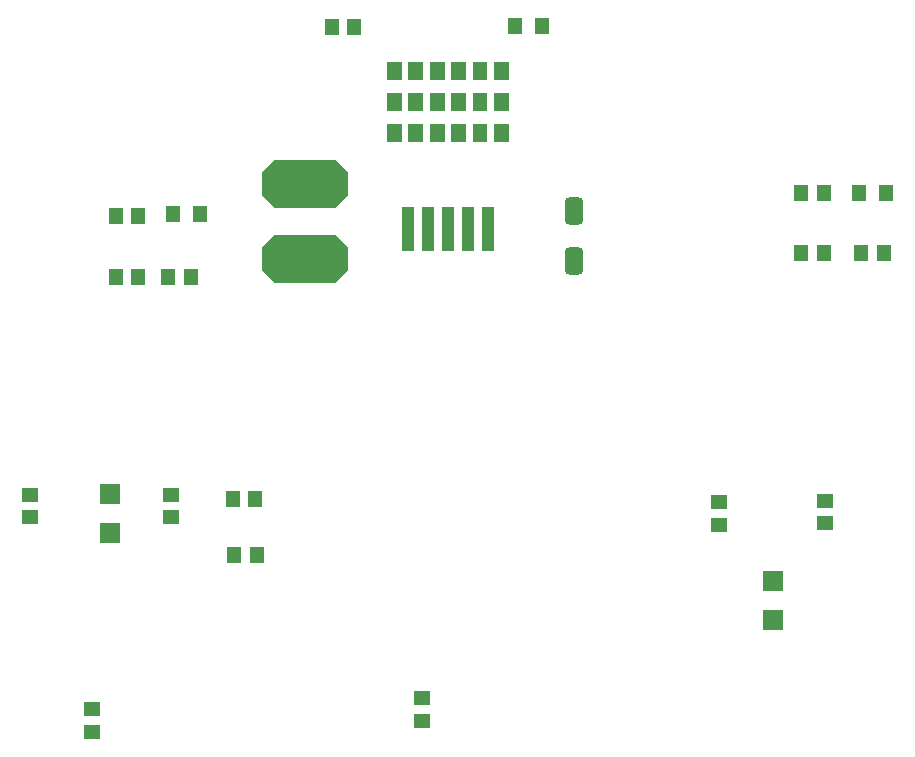
<source format=gtp>
G04*
G04 #@! TF.GenerationSoftware,Altium Limited,Altium Designer,21.3.2 (30)*
G04*
G04 Layer_Color=8421504*
%FSTAX44Y44*%
%MOMM*%
G71*
G04*
G04 #@! TF.SameCoordinates,71E4571F-97C7-41C0-9591-7C9436880AE0*
G04*
G04*
G04 #@! TF.FilePolarity,Positive*
G04*
G01*
G75*
%ADD19R,0.9900X3.7900*%
%ADD20R,1.2700X1.3970*%
%ADD21R,1.2000X1.4000*%
%ADD22R,1.4000X1.2000*%
%ADD23R,1.7000X1.7000*%
G04:AMPARAMS|DCode=24|XSize=7.3mm|YSize=4mm|CornerRadius=0mm|HoleSize=0mm|Usage=FLASHONLY|Rotation=180.000|XOffset=0mm|YOffset=0mm|HoleType=Round|Shape=Octagon|*
%AMOCTAGOND24*
4,1,8,-3.6500,1.0000,-3.6500,-1.0000,-2.6500,-2.0000,2.6500,-2.0000,3.6500,-1.0000,3.6500,1.0000,2.6500,2.0000,-2.6500,2.0000,-3.6500,1.0000,0.0*
%
%ADD24OCTAGOND24*%

G04:AMPARAMS|DCode=25|XSize=2.33mm|YSize=1.55mm|CornerRadius=0.3875mm|HoleSize=0mm|Usage=FLASHONLY|Rotation=270.000|XOffset=0mm|YOffset=0mm|HoleType=Round|Shape=RoundedRectangle|*
%AMROUNDEDRECTD25*
21,1,2.3300,0.7750,0,0,270.0*
21,1,1.5550,1.5500,0,0,270.0*
1,1,0.7750,-0.3875,-0.7775*
1,1,0.7750,-0.3875,0.7775*
1,1,0.7750,0.3875,0.7775*
1,1,0.7750,0.3875,-0.7775*
%
%ADD25ROUNDEDRECTD25*%
G36*
X0049631Y009131D02*
X0048381D01*
Y009283D01*
X0049631D01*
Y009131D01*
D02*
G37*
G36*
X0047821D02*
X0046571D01*
Y009283D01*
X0047821D01*
Y009131D01*
D02*
G37*
G36*
X0046011D02*
X0044761D01*
Y009283D01*
X0046011D01*
Y009131D01*
D02*
G37*
G36*
X0049631Y008868D02*
X0048381D01*
Y00902D01*
X0049631D01*
Y008868D01*
D02*
G37*
G36*
X0047821D02*
X0046571D01*
Y00902D01*
X0047821D01*
Y008868D01*
D02*
G37*
G36*
X0046011D02*
X0044761D01*
Y00902D01*
X0046011D01*
Y008868D01*
D02*
G37*
G36*
X0049631Y008605D02*
X0048381D01*
Y008757D01*
X0049631D01*
Y008605D01*
D02*
G37*
G36*
X0047821D02*
X0046571D01*
Y008757D01*
X0047821D01*
Y008605D01*
D02*
G37*
G36*
X0046011D02*
X0044761D01*
Y008757D01*
X0046011D01*
Y008605D01*
D02*
G37*
G36*
X0055061Y009131D02*
X0053811D01*
Y009283D01*
X0055061D01*
Y009131D01*
D02*
G37*
G36*
X0053251D02*
X0052001D01*
Y009283D01*
X0053251D01*
Y009131D01*
D02*
G37*
G36*
X0051441D02*
X0050191D01*
Y009283D01*
X0051441D01*
Y009131D01*
D02*
G37*
G36*
X0055061Y008868D02*
X0053811D01*
Y00902D01*
X0055061D01*
Y008868D01*
D02*
G37*
G36*
X0053251D02*
X0052001D01*
Y00902D01*
X0053251D01*
Y008868D01*
D02*
G37*
G36*
X0051441D02*
X0050191D01*
Y00902D01*
X0051441D01*
Y008868D01*
D02*
G37*
G36*
X0055061Y008605D02*
X0053811D01*
Y008757D01*
X0055061D01*
Y008605D01*
D02*
G37*
G36*
X0053251D02*
X0052001D01*
Y008757D01*
X0053251D01*
Y008605D01*
D02*
G37*
G36*
X0051441D02*
X0050191D01*
Y008757D01*
X0051441D01*
Y008605D01*
D02*
G37*
D19*
X0053311Y007869D02*
D03*
X0051611D02*
D03*
X0049911D02*
D03*
X0048211D02*
D03*
X0046511D02*
D03*
D20*
X0057912Y0095885D02*
D03*
X0055626D02*
D03*
X002667Y008001D02*
D03*
X0028956D02*
D03*
X0084709Y0081788D02*
D03*
X0086995D02*
D03*
D21*
X00419754Y00958242D02*
D03*
X00400754D02*
D03*
X00217786Y00798168D02*
D03*
X00236786D02*
D03*
X00217786Y00746098D02*
D03*
X00236786D02*
D03*
X00262236D02*
D03*
X00281236D02*
D03*
X00337116Y00511148D02*
D03*
X00318116D02*
D03*
X00316934Y00558192D02*
D03*
X00335934D02*
D03*
X00868272Y00766418D02*
D03*
X00849272D02*
D03*
X00798264Y00817288D02*
D03*
X00817264D02*
D03*
X00817176Y00766418D02*
D03*
X00798176D02*
D03*
D22*
X00145388Y00561994D02*
D03*
Y00542994D02*
D03*
X00264768Y00561994D02*
D03*
Y00542994D02*
D03*
X0047752Y0037084D02*
D03*
Y0038984D02*
D03*
X00198086Y00361296D02*
D03*
Y00380296D02*
D03*
X00728318Y00536644D02*
D03*
Y00555644D02*
D03*
X00818488Y00537914D02*
D03*
Y00556914D02*
D03*
D23*
X0021336Y005626D02*
D03*
Y005296D02*
D03*
X007747Y0045594D02*
D03*
Y0048894D02*
D03*
D24*
X0037846Y008255D02*
D03*
Y00762D02*
D03*
D25*
X0060579Y007597D02*
D03*
Y008024D02*
D03*
M02*

</source>
